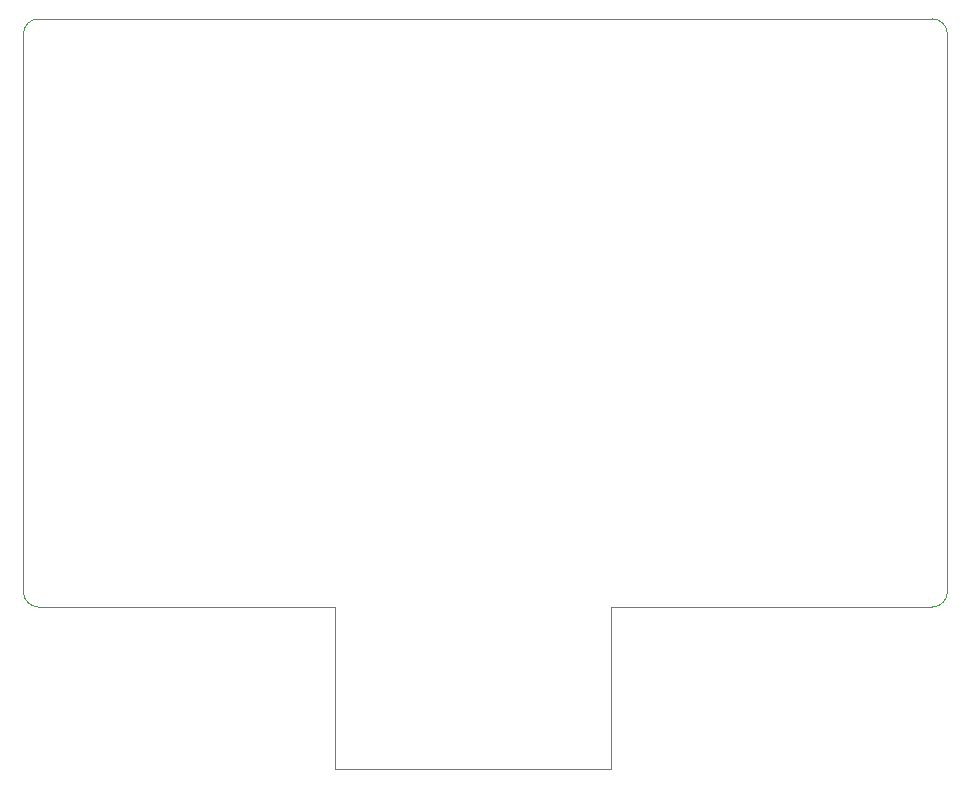
<source format=gbr>
%TF.GenerationSoftware,KiCad,Pcbnew,(5.99.0-12305-g62f7a09290)*%
%TF.CreationDate,2021-10-11T18:46:27-07:00*%
%TF.ProjectId,vive_ups,76697665-5f75-4707-932e-6b696361645f,rev?*%
%TF.SameCoordinates,Original*%
%TF.FileFunction,Profile,NP*%
%FSLAX46Y46*%
G04 Gerber Fmt 4.6, Leading zero omitted, Abs format (unit mm)*
G04 Created by KiCad (PCBNEW (5.99.0-12305-g62f7a09290)) date 2021-10-11 18:46:27*
%MOMM*%
%LPD*%
G01*
G04 APERTURE LIST*
%TA.AperFunction,Profile*%
%ADD10C,0.050000*%
%TD*%
G04 APERTURE END LIST*
D10*
X113792000Y-157480000D02*
X113792000Y-143764000D01*
X90424000Y-157480000D02*
X113792000Y-157480000D01*
X90424000Y-143764000D02*
X90424000Y-157480000D01*
X140970000Y-143764000D02*
X113792000Y-143764000D01*
X142240000Y-142494000D02*
G75*
G02*
X140970000Y-143764000I-1270000J0D01*
G01*
X65278000Y-143764000D02*
G75*
G02*
X64008000Y-142494000I0J1270000D01*
G01*
X64008000Y-95250000D02*
G75*
G02*
X65278000Y-93980000I1270000J0D01*
G01*
X140970000Y-93980000D02*
G75*
G02*
X142240000Y-95250000I0J-1270000D01*
G01*
X140970000Y-93980000D02*
X65278000Y-93980000D01*
X142240000Y-142494000D02*
X142240000Y-95250000D01*
X65278000Y-143764000D02*
X90424000Y-143764000D01*
X64008000Y-95250000D02*
X64008000Y-142494000D01*
M02*

</source>
